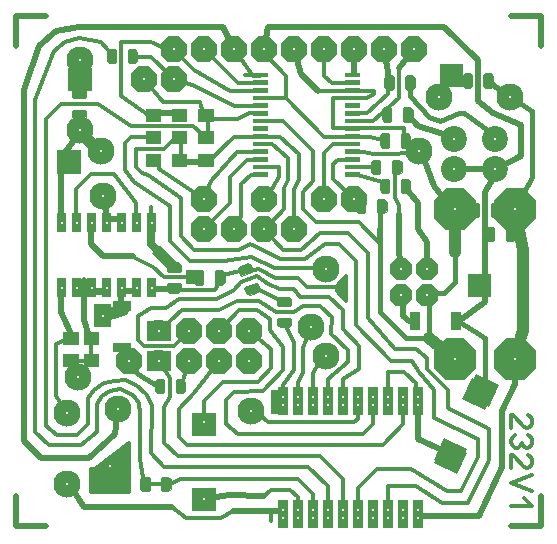
<source format=gbr>
%FSLAX32Y32*%
%MOMM*%
%LNKUPFERSEITE2*%
G71*
G01*
%ADD10C, 2.30*%
%ADD11C, 0.50*%
%ADD12C, 0.32*%
%ADD13C, 0.00*%
%ADD14C, 0.30*%
%ADD15C, 1.00*%
%ADD16C, 2.30*%
%ADD17C, 0.35*%
%ADD18C, 1.00*%
%ADD19C, 0.60*%
%ADD20C, 0.40*%
%ADD21C, 2.20*%
%ADD22C, 1.50*%
%ADD23C, 2.30*%
%ADD24C, 0.70*%
%ADD25C, 0.54*%
%ADD26C, 1.50*%
%LPD*%
X24063Y25931D02*
G54D10*
D03*
G54D11*
X27778Y23396D02*
X27778Y23142D01*
X27524Y23142D01*
G54D11*
X27524Y27460D02*
X27778Y27460D01*
X27778Y27206D01*
G54D11*
X23586Y27460D02*
X23332Y27460D01*
X23332Y27206D01*
G54D11*
X23332Y23396D02*
X23332Y23142D01*
X23586Y23142D01*
G36*
X25412Y24585D02*
X25348Y24649D01*
X25256Y24649D01*
X25192Y24585D01*
X25192Y24493D01*
X25256Y24429D01*
X25348Y24429D01*
X25412Y24493D01*
X25412Y24585D01*
G37*
G36*
X25158Y24585D02*
X25094Y24649D01*
X25002Y24649D01*
X24938Y24585D01*
X24938Y24493D01*
X25002Y24429D01*
X25094Y24429D01*
X25158Y24493D01*
X25158Y24585D01*
G37*
G36*
X24904Y24585D02*
X24840Y24649D01*
X24748Y24649D01*
X24684Y24585D01*
X24684Y24493D01*
X24748Y24429D01*
X24840Y24429D01*
X24904Y24493D01*
X24904Y24585D01*
G37*
G36*
X25412Y24839D02*
X25348Y24903D01*
X25256Y24903D01*
X25192Y24839D01*
X25192Y24747D01*
X25256Y24683D01*
X25348Y24683D01*
X25412Y24747D01*
X25412Y24839D01*
G37*
G36*
X25158Y24839D02*
X25094Y24903D01*
X25002Y24903D01*
X24938Y24839D01*
X24938Y24747D01*
X25002Y24683D01*
X25094Y24683D01*
X25158Y24747D01*
X25158Y24839D01*
G37*
G36*
X24904Y24839D02*
X24840Y24903D01*
X24748Y24903D01*
X24684Y24839D01*
X24684Y24747D01*
X24748Y24683D01*
X24840Y24683D01*
X24904Y24747D01*
X24904Y24839D01*
G37*
G36*
X24629Y24830D02*
X24576Y24883D01*
X24502Y24883D01*
X24449Y24830D01*
X24449Y24756D01*
X24502Y24703D01*
X24576Y24703D01*
X24629Y24756D01*
X24629Y24830D01*
G37*
G36*
X24629Y24576D02*
X24576Y24629D01*
X24502Y24629D01*
X24449Y24576D01*
X24449Y24502D01*
X24502Y24449D01*
X24576Y24449D01*
X24629Y24502D01*
X24629Y24576D01*
G37*
G54D12*
X27524Y23970D02*
X27524Y24077D01*
X27535Y24077D01*
X27557Y24064D01*
X27624Y23984D01*
X27646Y23970D01*
X27668Y23970D01*
X27690Y23984D01*
X27701Y24010D01*
X27701Y24037D01*
X27690Y24064D01*
X27668Y24077D01*
G54D12*
X27668Y23908D02*
X27690Y23895D01*
X27701Y23868D01*
X27701Y23841D01*
X27690Y23815D01*
X27668Y23801D01*
X27646Y23801D01*
X27624Y23815D01*
X27612Y23841D01*
X27601Y23815D01*
X27579Y23801D01*
X27557Y23801D01*
X27535Y23815D01*
X27524Y23841D01*
X27524Y23868D01*
X27535Y23895D01*
X27557Y23908D01*
G54D12*
X27524Y23632D02*
X27524Y23739D01*
X27535Y23739D01*
X27557Y23726D01*
X27624Y23646D01*
X27646Y23632D01*
X27668Y23632D01*
X27690Y23646D01*
X27701Y23672D01*
X27701Y23699D01*
X27690Y23726D01*
X27668Y23739D01*
G54D12*
X27701Y23570D02*
X27524Y23503D01*
X27701Y23437D01*
G54D12*
X27635Y23375D02*
X27701Y23308D01*
X27524Y23308D01*
G36*
X24395Y24585D02*
X24331Y24649D01*
X24239Y24649D01*
X24175Y24585D01*
X24175Y24493D01*
X24239Y24429D01*
X24331Y24429D01*
X24395Y24493D01*
X24395Y24585D01*
G37*
G36*
X26246Y26092D02*
X26246Y26132D01*
X26116Y26132D01*
X26116Y26092D01*
X26246Y26092D01*
G37*
G36*
X25466Y26092D02*
X25466Y26132D01*
X25336Y26132D01*
X25336Y26092D01*
X25466Y26092D01*
G37*
G36*
X26246Y26157D02*
X26246Y26197D01*
X26116Y26197D01*
X26116Y26157D01*
X26246Y26157D01*
G37*
G36*
X25466Y26157D02*
X25466Y26197D01*
X25336Y26197D01*
X25336Y26157D01*
X25466Y26157D01*
G37*
G36*
X26246Y26222D02*
X26246Y26262D01*
X26116Y26262D01*
X26116Y26222D01*
X26246Y26222D01*
G37*
G36*
X25466Y26222D02*
X25466Y26262D01*
X25336Y26262D01*
X25336Y26222D01*
X25466Y26222D01*
G37*
G36*
X26246Y26287D02*
X26246Y26327D01*
X26116Y26327D01*
X26116Y26287D01*
X26246Y26287D01*
G37*
G36*
X25466Y26287D02*
X25466Y26327D01*
X25336Y26327D01*
X25336Y26287D01*
X25466Y26287D01*
G37*
G36*
X26246Y26352D02*
X26246Y26392D01*
X26116Y26392D01*
X26116Y26352D01*
X26246Y26352D01*
G37*
G36*
X25466Y26352D02*
X25466Y26392D01*
X25336Y26392D01*
X25336Y26352D01*
X25466Y26352D01*
G37*
G36*
X26246Y26417D02*
X26246Y26457D01*
X26116Y26457D01*
X26116Y26417D01*
X26246Y26417D01*
G37*
G36*
X25466Y26417D02*
X25466Y26457D01*
X25336Y26457D01*
X25336Y26417D01*
X25466Y26417D01*
G37*
G36*
X26246Y26482D02*
X26246Y26522D01*
X26116Y26522D01*
X26116Y26482D01*
X26246Y26482D01*
G37*
G36*
X25466Y26482D02*
X25466Y26522D01*
X25336Y26522D01*
X25336Y26482D01*
X25466Y26482D01*
G37*
G36*
X26246Y26547D02*
X26246Y26587D01*
X26116Y26587D01*
X26116Y26547D01*
X26246Y26547D01*
G37*
G36*
X25466Y26547D02*
X25466Y26587D01*
X25336Y26587D01*
X25336Y26547D01*
X25466Y26547D01*
G37*
G36*
X26246Y26612D02*
X26246Y26652D01*
X26116Y26652D01*
X26116Y26612D01*
X26246Y26612D01*
G37*
G36*
X25466Y26612D02*
X25466Y26652D01*
X25336Y26652D01*
X25336Y26612D01*
X25466Y26612D01*
G37*
G36*
X26246Y26677D02*
X26246Y26717D01*
X26116Y26717D01*
X26116Y26677D01*
X26246Y26677D01*
G37*
G36*
X25466Y26677D02*
X25466Y26717D01*
X25336Y26717D01*
X25336Y26677D01*
X25466Y26677D01*
G37*
G36*
X26246Y26742D02*
X26246Y26782D01*
X26116Y26782D01*
X26116Y26742D01*
X26246Y26742D01*
G37*
G36*
X25466Y26742D02*
X25466Y26782D01*
X25336Y26782D01*
X25336Y26742D01*
X25466Y26742D01*
G37*
G36*
X26246Y26807D02*
X26246Y26847D01*
X26116Y26847D01*
X26116Y26807D01*
X26246Y26807D01*
G37*
G36*
X25466Y26807D02*
X25466Y26847D01*
X25336Y26847D01*
X25336Y26807D01*
X25466Y26807D01*
G37*
G36*
X26246Y26872D02*
X26246Y26912D01*
X26116Y26912D01*
X26116Y26872D01*
X26246Y26872D01*
G37*
G36*
X25466Y26872D02*
X25466Y26912D01*
X25336Y26912D01*
X25336Y26872D01*
X25466Y26872D01*
G37*
G36*
X26246Y26937D02*
X26246Y26977D01*
X26116Y26977D01*
X26116Y26937D01*
X26246Y26937D01*
G37*
G36*
X25466Y26937D02*
X25466Y26977D01*
X25336Y26977D01*
X25336Y26937D01*
X25466Y26937D01*
G37*
G36*
X26681Y25355D02*
X26626Y25410D01*
X26548Y25410D01*
X26493Y25355D01*
X26493Y25277D01*
X26548Y25222D01*
X26626Y25222D01*
X26681Y25277D01*
X26681Y25355D01*
G37*
G36*
X26903Y25355D02*
X26848Y25410D01*
X26770Y25410D01*
X26715Y25355D01*
X26715Y25277D01*
X26770Y25222D01*
X26848Y25222D01*
X26903Y25277D01*
X26903Y25355D01*
G37*
G36*
X26903Y25133D02*
X26848Y25188D01*
X26770Y25188D01*
X26715Y25133D01*
X26715Y25055D01*
X26770Y25000D01*
X26848Y25000D01*
X26903Y25055D01*
X26903Y25133D01*
G37*
G36*
X26681Y25133D02*
X26626Y25188D01*
X26548Y25188D01*
X26493Y25133D01*
X26493Y25055D01*
X26548Y25000D01*
X26626Y25000D01*
X26681Y25055D01*
X26681Y25133D01*
G37*
G36*
X27226Y25898D02*
X27121Y26003D01*
X26973Y26003D01*
X26868Y25898D01*
X26868Y25750D01*
X26973Y25645D01*
X27121Y25645D01*
X27226Y25750D01*
X27226Y25898D01*
G37*
G36*
X27226Y24628D02*
X27121Y24733D01*
X26973Y24733D01*
X26868Y24628D01*
X26868Y24480D01*
X26973Y24375D01*
X27121Y24375D01*
X27226Y24480D01*
X27226Y24628D01*
G37*
G36*
X27734Y25898D02*
X27629Y26003D01*
X27481Y26003D01*
X27376Y25898D01*
X27376Y25750D01*
X27481Y25645D01*
X27629Y25645D01*
X27734Y25750D01*
X27734Y25898D01*
G37*
G36*
X27734Y24628D02*
X27629Y24733D01*
X27481Y24733D01*
X27376Y24628D01*
X27376Y24480D01*
X27481Y24375D01*
X27629Y24375D01*
X27734Y24480D01*
X27734Y24628D01*
G37*
G36*
X26595Y26220D02*
X26575Y26240D01*
X26525Y26240D01*
X26515Y26230D01*
X26515Y26130D01*
X26525Y26120D01*
X26575Y26120D01*
X26595Y26140D01*
X26595Y26220D01*
G37*
G54D13*
X26595Y26220D02*
X26575Y26240D01*
X26525Y26240D01*
X26515Y26230D01*
X26515Y26130D01*
X26525Y26120D01*
X26575Y26120D01*
X26595Y26140D01*
X26595Y26220D01*
G36*
X26415Y26230D02*
X26405Y26240D01*
X26355Y26240D01*
X26335Y26220D01*
X26335Y26140D01*
X26355Y26120D01*
X26405Y26120D01*
X26415Y26130D01*
X26415Y26230D01*
G37*
G54D13*
X26415Y26230D02*
X26405Y26240D01*
X26355Y26240D01*
X26335Y26220D01*
X26335Y26140D01*
X26355Y26120D01*
X26405Y26120D01*
X26415Y26130D01*
X26415Y26230D01*
G36*
X26590Y26205D02*
X26540Y26205D01*
X26540Y26155D01*
X26590Y26155D01*
X26590Y26205D01*
G37*
G54D14*
X26222Y26111D02*
X26428Y26047D01*
G54D14*
X26222Y26174D02*
X26349Y26174D01*
G54D14*
X26142Y26508D02*
X26015Y26508D01*
G54D14*
X26142Y26762D02*
X26015Y26762D01*
G54D14*
X26015Y26508D02*
X26015Y26762D01*
G36*
X26301Y25950D02*
X26237Y26014D01*
X26145Y26014D01*
X26081Y25950D01*
X26081Y25858D01*
X26145Y25794D01*
X26237Y25794D01*
X26301Y25858D01*
X26301Y25950D01*
G37*
G54D14*
X26158Y26238D02*
X26055Y26238D01*
X26015Y26206D01*
X26015Y26079D01*
X26190Y25904D01*
G54D14*
X26222Y26309D02*
X26269Y26309D01*
X26365Y26285D01*
G54D14*
X25936Y25904D02*
X25936Y26293D01*
X26015Y26373D01*
X26142Y26373D01*
G36*
X26668Y26060D02*
X26648Y26080D01*
X26598Y26080D01*
X26588Y26070D01*
X26588Y25970D01*
X26598Y25960D01*
X26648Y25960D01*
X26668Y25980D01*
X26668Y26060D01*
G37*
G54D13*
X26668Y26060D02*
X26648Y26080D01*
X26598Y26080D01*
X26588Y26070D01*
X26588Y25970D01*
X26598Y25960D01*
X26648Y25960D01*
X26668Y25980D01*
X26668Y26060D01*
G36*
X26488Y26070D02*
X26478Y26080D01*
X26428Y26080D01*
X26408Y26060D01*
X26408Y25980D01*
X26428Y25960D01*
X26478Y25960D01*
X26488Y25970D01*
X26488Y26070D01*
G37*
G54D13*
X26488Y26070D02*
X26478Y26080D01*
X26428Y26080D01*
X26408Y26060D01*
X26408Y25980D01*
X26428Y25960D01*
X26478Y25960D01*
X26488Y25970D01*
X26488Y26070D01*
G36*
X26663Y26046D02*
X26613Y26046D01*
X26613Y25996D01*
X26663Y25996D01*
X26663Y26046D01*
G37*
G54D14*
X26158Y26436D02*
X25936Y26436D01*
X25618Y26762D01*
X25428Y26762D01*
G36*
X25285Y25696D02*
X25221Y25760D01*
X25129Y25760D01*
X25065Y25696D01*
X25065Y25604D01*
X25129Y25540D01*
X25221Y25540D01*
X25285Y25604D01*
X25285Y25696D01*
G37*
G54D14*
X25444Y25904D02*
X25555Y26095D01*
X25555Y26174D01*
X25436Y26174D01*
G36*
X24873Y26673D02*
X24873Y26563D01*
X25003Y26563D01*
X25003Y26673D01*
X24873Y26673D01*
G37*
G36*
X24873Y26483D02*
X24873Y26373D01*
X25003Y26373D01*
X25003Y26483D01*
X24873Y26483D01*
G37*
G36*
X24873Y26292D02*
X24873Y26182D01*
X25003Y26182D01*
X25003Y26292D01*
X24873Y26292D01*
G37*
G36*
X24650Y26673D02*
X24650Y26563D01*
X24780Y26563D01*
X24780Y26673D01*
X24650Y26673D01*
G37*
G36*
X24650Y26483D02*
X24650Y26373D01*
X24780Y26373D01*
X24780Y26483D01*
X24650Y26483D01*
G37*
G36*
X24650Y26292D02*
X24650Y26182D01*
X24780Y26182D01*
X24780Y26292D01*
X24650Y26292D01*
G37*
G36*
X24428Y26673D02*
X24428Y26563D01*
X24558Y26563D01*
X24558Y26673D01*
X24428Y26673D01*
G37*
G36*
X24428Y26483D02*
X24428Y26373D01*
X24558Y26373D01*
X24558Y26483D01*
X24428Y26483D01*
G37*
G36*
X24428Y26292D02*
X24428Y26182D01*
X24558Y26182D01*
X24558Y26292D01*
X24428Y26292D01*
G37*
G54D14*
X25364Y26634D02*
X25301Y26634D01*
X25206Y26587D01*
X24968Y26587D01*
G36*
X26047Y27220D02*
X25983Y27284D01*
X25891Y27284D01*
X25827Y27220D01*
X25827Y27128D01*
X25891Y27064D01*
X25983Y27064D01*
X26047Y27128D01*
X26047Y27220D01*
G37*
G36*
X25793Y27220D02*
X25729Y27284D01*
X25637Y27284D01*
X25573Y27220D01*
X25573Y27128D01*
X25637Y27064D01*
X25729Y27064D01*
X25793Y27128D01*
X25793Y27220D01*
G37*
G36*
X26301Y27220D02*
X26237Y27284D01*
X26145Y27284D01*
X26081Y27220D01*
X26081Y27128D01*
X26145Y27064D01*
X26237Y27064D01*
X26301Y27128D01*
X26301Y27220D01*
G37*
G54D11*
X26190Y26968D02*
X26190Y27174D01*
G54D14*
X26142Y26888D02*
X26007Y26888D01*
X25936Y26952D01*
X25936Y27174D01*
G54D14*
X26158Y26825D02*
X25888Y26825D01*
G54D14*
X26214Y26825D02*
X26305Y26825D01*
X26365Y26825D01*
X26365Y26793D01*
X26305Y26762D01*
X26214Y26762D01*
G36*
X26555Y27220D02*
X26491Y27284D01*
X26399Y27284D01*
X26335Y27220D01*
X26335Y27128D01*
X26399Y27064D01*
X26491Y27064D01*
X26555Y27128D01*
X26555Y27220D01*
G37*
G36*
X25285Y27220D02*
X25221Y27284D01*
X25129Y27284D01*
X25065Y27220D01*
X25065Y27128D01*
X25129Y27064D01*
X25221Y27064D01*
X25285Y27128D01*
X25285Y27220D01*
G37*
G36*
X25031Y27220D02*
X24967Y27284D01*
X24875Y27284D01*
X24811Y27220D01*
X24811Y27128D01*
X24875Y27064D01*
X24967Y27064D01*
X25031Y27128D01*
X25031Y27220D01*
G37*
G54D14*
X25364Y26888D02*
X25206Y26888D01*
X24920Y27174D01*
G54D14*
X25396Y26952D02*
X25333Y26952D01*
X25174Y27174D01*
G36*
X25539Y27220D02*
X25475Y27284D01*
X25383Y27284D01*
X25319Y27220D01*
X25319Y27128D01*
X25383Y27064D01*
X25475Y27064D01*
X25539Y27128D01*
X25539Y27220D01*
G37*
G54D14*
X25618Y26762D02*
X25618Y26952D01*
X25428Y27142D01*
G54D14*
X26190Y26634D02*
X26301Y26634D01*
X26476Y26793D01*
X26476Y26888D01*
G36*
X26047Y25950D02*
X25983Y26014D01*
X25891Y26014D01*
X25827Y25950D01*
X25827Y25858D01*
X25891Y25794D01*
X25983Y25794D01*
X26047Y25858D01*
X26047Y25950D01*
G37*
G54D14*
X25428Y26571D02*
X25587Y26571D01*
X25841Y26317D01*
X25841Y26063D01*
X25761Y25968D01*
X25761Y25825D01*
X25872Y25714D01*
X26238Y25714D01*
X26396Y25547D01*
X26428Y25857D01*
G54D14*
X26222Y26571D02*
X26349Y26571D01*
X26571Y26762D01*
X26571Y27016D01*
G36*
X25793Y25696D02*
X25729Y25760D01*
X25637Y25760D01*
X25573Y25696D01*
X25573Y25604D01*
X25637Y25540D01*
X25729Y25540D01*
X25793Y25604D01*
X25793Y25696D01*
G37*
G36*
X25539Y25696D02*
X25475Y25760D01*
X25383Y25760D01*
X25319Y25696D01*
X25319Y25604D01*
X25383Y25540D01*
X25475Y25540D01*
X25539Y25604D01*
X25539Y25696D01*
G37*
G54D14*
X25428Y26436D02*
X25563Y26436D01*
X25730Y26285D01*
X25730Y26079D01*
X25682Y25984D01*
X25682Y25650D01*
G54D14*
X25428Y26373D02*
X25499Y26373D01*
X25634Y26254D01*
X25634Y26071D01*
X25603Y26000D01*
X25603Y25825D01*
X25460Y25682D01*
G36*
X25539Y25950D02*
X25475Y26014D01*
X25383Y26014D01*
X25319Y25950D01*
X25319Y25858D01*
X25383Y25794D01*
X25475Y25794D01*
X25539Y25858D01*
X25539Y25950D01*
G37*
G54D14*
X25380Y26111D02*
X25317Y26111D01*
X25238Y26031D01*
X25238Y25761D01*
X25190Y25650D01*
G36*
X26469Y25886D02*
X26449Y25906D01*
X26399Y25906D01*
X26389Y25896D01*
X26389Y25796D01*
X26399Y25786D01*
X26447Y25786D01*
X26469Y25806D01*
X26469Y25886D01*
G37*
G54D13*
X26469Y25886D02*
X26449Y25906D01*
X26399Y25906D01*
X26389Y25896D01*
X26389Y25796D01*
X26399Y25786D01*
X26447Y25786D01*
X26469Y25806D01*
X26469Y25886D01*
G36*
X26289Y25896D02*
X26279Y25906D01*
X26229Y25906D01*
X26209Y25886D01*
X26209Y25806D01*
X26229Y25786D01*
X26279Y25786D01*
X26289Y25796D01*
X26289Y25896D01*
G37*
G54D13*
X26289Y25896D02*
X26279Y25906D01*
X26229Y25906D01*
X26209Y25886D01*
X26209Y25806D01*
X26229Y25786D01*
X26279Y25786D01*
X26289Y25796D01*
X26289Y25896D01*
G36*
X26464Y25871D02*
X26414Y25871D01*
X26414Y25821D01*
X26464Y25821D01*
X26464Y25871D01*
G37*
G54D14*
X25357Y26436D02*
X25174Y26436D01*
X24952Y26222D01*
G54D11*
X24920Y26222D02*
X24730Y26222D01*
G54D11*
X24682Y26634D02*
X24507Y26634D01*
G54D14*
X25357Y26309D02*
X25198Y26309D01*
X24984Y26063D01*
X24920Y25904D01*
G36*
X24777Y27220D02*
X24713Y27284D01*
X24621Y27284D01*
X24557Y27220D01*
X24557Y27128D01*
X24621Y27064D01*
X24713Y27064D01*
X24777Y27128D01*
X24777Y27220D01*
G37*
G36*
X25031Y25696D02*
X24967Y25760D01*
X24875Y25760D01*
X24811Y25696D01*
X24811Y25604D01*
X24875Y25540D01*
X24967Y25540D01*
X25031Y25604D01*
X25031Y25696D01*
G37*
G54D14*
X25364Y26238D02*
X25285Y26238D01*
X25142Y26095D01*
X25142Y25872D01*
X24920Y25650D01*
G36*
X25031Y25950D02*
X24967Y26014D01*
X24875Y26014D01*
X24811Y25950D01*
X24811Y25858D01*
X24875Y25794D01*
X24967Y25794D01*
X25031Y25858D01*
X25031Y25950D01*
G37*
G36*
X24777Y26966D02*
X24713Y27030D01*
X24621Y27030D01*
X24557Y26966D01*
X24557Y26874D01*
X24621Y26810D01*
X24713Y26810D01*
X24777Y26874D01*
X24777Y26966D01*
G37*
G54D14*
X25396Y26825D02*
X25142Y26825D01*
X24841Y27000D01*
X24722Y27119D01*
X24476Y27238D01*
X24222Y27238D01*
X24222Y26777D01*
X24476Y26603D01*
G54D14*
X25396Y26698D02*
X25174Y26698D01*
X24849Y26865D01*
X24666Y26920D01*
G36*
X24523Y26966D02*
X24459Y27030D01*
X24367Y27030D01*
X24303Y26966D01*
X24303Y26874D01*
X24367Y26810D01*
X24459Y26810D01*
X24523Y26874D01*
X24523Y26966D01*
G37*
G54D14*
X24920Y26603D02*
X24888Y26730D01*
X24730Y26730D01*
X24571Y26730D01*
X24412Y26920D01*
G54D14*
X24539Y26254D02*
X24539Y26158D01*
X24920Y25904D01*
G36*
X26809Y27220D02*
X26745Y27284D01*
X26653Y27284D01*
X26589Y27220D01*
X26589Y27128D01*
X26653Y27064D01*
X26745Y27064D01*
X26809Y27128D01*
X26809Y27220D01*
G37*
G36*
X24357Y27155D02*
X24337Y27175D01*
X24287Y27175D01*
X24277Y27165D01*
X24277Y27065D01*
X24287Y27055D01*
X24335Y27055D01*
X24357Y27075D01*
X24357Y27155D01*
G37*
G54D13*
X24357Y27155D02*
X24337Y27175D01*
X24287Y27175D01*
X24277Y27165D01*
X24277Y27065D01*
X24287Y27055D01*
X24335Y27055D01*
X24357Y27075D01*
X24357Y27155D01*
G36*
X24177Y27165D02*
X24167Y27175D01*
X24117Y27175D01*
X24097Y27155D01*
X24097Y27075D01*
X24117Y27055D01*
X24167Y27055D01*
X24177Y27065D01*
X24177Y27165D01*
G37*
G54D13*
X24177Y27165D02*
X24167Y27175D01*
X24117Y27175D01*
X24097Y27155D01*
X24097Y27075D01*
X24117Y27055D01*
X24167Y27055D01*
X24177Y27065D01*
X24177Y27165D01*
G36*
X24352Y27141D02*
X24302Y27141D01*
X24302Y27091D01*
X24352Y27091D01*
X24352Y27141D01*
G37*
G54D14*
X24666Y26920D02*
X24476Y27111D01*
X24317Y27111D01*
G36*
X26707Y26933D02*
X26687Y26953D01*
X26637Y26953D01*
X26627Y26943D01*
X26627Y26843D01*
X26637Y26833D01*
X26685Y26833D01*
X26707Y26853D01*
X26707Y26933D01*
G37*
G54D13*
X26707Y26933D02*
X26687Y26953D01*
X26637Y26953D01*
X26627Y26943D01*
X26627Y26843D01*
X26637Y26833D01*
X26685Y26833D01*
X26707Y26853D01*
X26707Y26933D01*
G36*
X26527Y26943D02*
X26517Y26953D01*
X26467Y26953D01*
X26447Y26933D01*
X26447Y26853D01*
X26467Y26833D01*
X26517Y26833D01*
X26527Y26843D01*
X26527Y26943D01*
G37*
G54D13*
X26527Y26943D02*
X26517Y26953D01*
X26467Y26953D01*
X26447Y26933D01*
X26447Y26853D01*
X26467Y26833D01*
X26517Y26833D01*
X26527Y26843D01*
X26527Y26943D01*
G36*
X26701Y26919D02*
X26651Y26919D01*
X26651Y26869D01*
X26701Y26869D01*
X26701Y26919D01*
G37*
G36*
X26689Y26663D02*
X26669Y26683D01*
X26619Y26683D01*
X26609Y26673D01*
X26609Y26573D01*
X26619Y26563D01*
X26669Y26563D01*
X26689Y26583D01*
X26689Y26663D01*
G37*
G54D13*
X26689Y26663D02*
X26669Y26683D01*
X26619Y26683D01*
X26609Y26673D01*
X26609Y26573D01*
X26619Y26563D01*
X26669Y26563D01*
X26689Y26583D01*
X26689Y26663D01*
G36*
X26509Y26673D02*
X26499Y26683D01*
X26449Y26683D01*
X26429Y26663D01*
X26429Y26583D01*
X26449Y26563D01*
X26499Y26563D01*
X26509Y26573D01*
X26509Y26673D01*
G37*
G54D13*
X26509Y26673D02*
X26499Y26683D01*
X26449Y26683D01*
X26429Y26663D01*
X26429Y26583D01*
X26449Y26563D01*
X26499Y26563D01*
X26509Y26573D01*
X26509Y26673D01*
G36*
X26685Y26649D02*
X26635Y26649D01*
X26635Y26599D01*
X26685Y26599D01*
X26685Y26649D01*
G37*
G54D11*
X26603Y25079D02*
X26603Y24920D01*
X26658Y24872D01*
X26714Y24872D01*
G54D11*
X27016Y25841D02*
X26873Y26015D01*
X26762Y26317D01*
G54D11*
X25428Y27174D02*
X25460Y27365D01*
X26952Y27365D01*
G54D15*
X27555Y25809D02*
X27619Y25476D01*
X27619Y24801D01*
X27555Y24571D01*
G54D11*
X26952Y27365D02*
X27238Y27083D01*
X27238Y26740D01*
X27365Y26634D01*
X27603Y26531D01*
X27603Y26269D01*
X27428Y26174D01*
X27301Y25968D01*
X27301Y25650D01*
X27301Y25198D01*
X27301Y25031D01*
X27079Y24872D01*
G36*
X26522Y24316D02*
X26436Y24316D01*
X26436Y24144D01*
X26522Y24144D01*
X26522Y24316D01*
G37*
G36*
X26649Y24316D02*
X26563Y24316D01*
X26563Y24144D01*
X26649Y24144D01*
X26649Y24316D01*
G37*
G36*
X26776Y24316D02*
X26690Y24316D01*
X26690Y24144D01*
X26776Y24144D01*
X26776Y24316D01*
G37*
G36*
X25633Y23293D02*
X25547Y23293D01*
X25547Y23121D01*
X25633Y23121D01*
X25633Y23293D01*
G37*
G36*
X25760Y23293D02*
X25674Y23293D01*
X25674Y23121D01*
X25760Y23121D01*
X25760Y23293D01*
G37*
G36*
X25887Y23293D02*
X25801Y23293D01*
X25801Y23121D01*
X25887Y23121D01*
X25887Y23293D01*
G37*
G36*
X26014Y23293D02*
X25928Y23293D01*
X25928Y23121D01*
X26014Y23121D01*
X26014Y23293D01*
G37*
G36*
X26141Y23293D02*
X26055Y23293D01*
X26055Y23121D01*
X26141Y23121D01*
X26141Y23293D01*
G37*
G36*
X26268Y23293D02*
X26182Y23293D01*
X26182Y23121D01*
X26268Y23121D01*
X26268Y23293D01*
G37*
G36*
X26395Y23293D02*
X26309Y23293D01*
X26309Y23121D01*
X26395Y23121D01*
X26395Y23293D01*
G37*
G36*
X25633Y24317D02*
X25547Y24317D01*
X25547Y24145D01*
X25633Y24145D01*
X25633Y24317D01*
G37*
G36*
X25760Y24317D02*
X25674Y24317D01*
X25674Y24145D01*
X25760Y24145D01*
X25760Y24317D01*
G37*
G36*
X25887Y24317D02*
X25801Y24317D01*
X25801Y24145D01*
X25887Y24145D01*
X25887Y24317D01*
G37*
G36*
X26014Y24317D02*
X25928Y24317D01*
X25928Y24145D01*
X26014Y24145D01*
X26014Y24317D01*
G37*
G36*
X26141Y24317D02*
X26055Y24317D01*
X26055Y24145D01*
X26141Y24145D01*
X26141Y24317D01*
G37*
G36*
X26268Y24317D02*
X26182Y24317D01*
X26182Y24145D01*
X26268Y24145D01*
X26268Y24317D01*
G37*
G36*
X26395Y24317D02*
X26309Y24317D01*
X26309Y24145D01*
X26395Y24145D01*
X26395Y24317D01*
G37*
G36*
X26522Y23293D02*
X26436Y23293D01*
X26436Y23121D01*
X26522Y23121D01*
X26522Y23293D01*
G37*
G36*
X26649Y23293D02*
X26563Y23293D01*
X26563Y23121D01*
X26649Y23121D01*
X26649Y23293D01*
G37*
G36*
X26776Y23293D02*
X26690Y23293D01*
X26690Y23121D01*
X26776Y23121D01*
X26776Y23293D01*
G37*
G36*
X25633Y24253D02*
X25547Y24253D01*
X25547Y24081D01*
X25633Y24081D01*
X25633Y24253D01*
G37*
G36*
X25760Y24253D02*
X25674Y24253D01*
X25674Y24081D01*
X25760Y24081D01*
X25760Y24253D01*
G37*
G36*
X25887Y24253D02*
X25801Y24253D01*
X25801Y24081D01*
X25887Y24081D01*
X25887Y24253D01*
G37*
G36*
X26014Y24253D02*
X25928Y24253D01*
X25928Y24081D01*
X26014Y24081D01*
X26014Y24253D01*
G37*
G36*
X26141Y24253D02*
X26055Y24253D01*
X26055Y24081D01*
X26141Y24081D01*
X26141Y24253D01*
G37*
G36*
X26268Y24253D02*
X26182Y24253D01*
X26182Y24081D01*
X26268Y24081D01*
X26268Y24253D01*
G37*
G36*
X26395Y24253D02*
X26309Y24253D01*
X26309Y24081D01*
X26395Y24081D01*
X26395Y24253D01*
G37*
G36*
X26522Y24253D02*
X26436Y24253D01*
X26436Y24081D01*
X26522Y24081D01*
X26522Y24253D01*
G37*
G36*
X26649Y24253D02*
X26563Y24253D01*
X26563Y24081D01*
X26649Y24081D01*
X26649Y24253D01*
G37*
G36*
X26776Y24253D02*
X26690Y24253D01*
X26690Y24081D01*
X26776Y24081D01*
X26776Y24253D01*
G37*
G36*
X25633Y23357D02*
X25547Y23357D01*
X25547Y23185D01*
X25633Y23185D01*
X25633Y23357D01*
G37*
G36*
X25760Y23357D02*
X25674Y23357D01*
X25674Y23185D01*
X25760Y23185D01*
X25760Y23357D01*
G37*
G36*
X25887Y23357D02*
X25801Y23357D01*
X25801Y23185D01*
X25887Y23185D01*
X25887Y23357D01*
G37*
G36*
X26014Y23357D02*
X25928Y23357D01*
X25928Y23185D01*
X26014Y23185D01*
X26014Y23357D01*
G37*
G36*
X26141Y23357D02*
X26055Y23357D01*
X26055Y23185D01*
X26141Y23185D01*
X26141Y23357D01*
G37*
G36*
X26268Y23357D02*
X26182Y23357D01*
X26182Y23185D01*
X26268Y23185D01*
X26268Y23357D01*
G37*
G36*
X26395Y23357D02*
X26309Y23357D01*
X26309Y23185D01*
X26395Y23185D01*
X26395Y23357D01*
G37*
G36*
X26522Y23357D02*
X26436Y23357D01*
X26436Y23185D01*
X26522Y23185D01*
X26522Y23357D01*
G37*
G36*
X26649Y23357D02*
X26563Y23357D01*
X26563Y23185D01*
X26649Y23185D01*
X26649Y23357D01*
G37*
G36*
X26776Y23357D02*
X26690Y23357D01*
X26690Y23185D01*
X26776Y23185D01*
X26776Y23357D01*
G37*
X23868Y27088D02*
G54D16*
D03*
X23868Y26488D02*
G54D16*
D03*
G54D14*
X25301Y24793D02*
X25492Y24634D01*
X25492Y24476D01*
X25380Y24360D01*
X25079Y24356D01*
X24920Y24194D01*
X24920Y24017D01*
G54D17*
X26349Y24158D02*
X26349Y23999D01*
X26269Y23920D01*
X25206Y23920D01*
X25110Y24005D01*
X25110Y24202D01*
X25174Y24277D01*
X25420Y24281D01*
X25587Y24460D01*
X25587Y24658D01*
X25484Y24801D01*
X25480Y24888D01*
X25372Y24968D01*
X25222Y24968D01*
X25047Y24793D01*
G54D17*
X26603Y24190D02*
X26603Y23999D01*
X26436Y23825D01*
X24777Y23825D01*
X24714Y23888D01*
X24714Y24126D01*
X24833Y24261D01*
X25047Y24539D01*
G54D14*
X25968Y24285D02*
X25968Y24380D01*
X26142Y24523D01*
X26144Y24626D01*
X26001Y24765D01*
X26002Y24904D01*
X25907Y24999D01*
X25757Y24999D01*
X25687Y24952D01*
X25529Y24952D01*
X25388Y25047D01*
X25200Y25047D01*
X25046Y24968D01*
X24733Y24968D01*
X24539Y24793D01*
G54D14*
X26095Y23301D02*
X26095Y23539D01*
X25904Y23729D01*
X24698Y23729D01*
X24587Y23840D01*
X24587Y24148D01*
X24634Y24233D01*
X24634Y24388D01*
X24539Y24539D01*
G54D14*
X24158Y27111D02*
X24047Y27238D01*
X23862Y27270D01*
X23741Y27238D01*
X23648Y27158D01*
X23491Y26746D01*
X23491Y24634D01*
X23491Y23936D01*
X23606Y23825D01*
X23880Y23824D01*
X24015Y23935D01*
X24017Y24173D01*
X24059Y24237D01*
X24126Y24284D01*
X24214Y24299D01*
X24317Y24251D01*
X24372Y24179D01*
X24380Y24091D01*
X24380Y23706D01*
X24412Y23491D01*
G54D14*
X26714Y24253D02*
X26714Y24348D01*
X26619Y24444D01*
X26476Y24444D01*
X26476Y24285D01*
G54D14*
X25841Y24285D02*
X25841Y24436D01*
X25936Y24587D01*
G54D14*
X25968Y23332D02*
X25968Y23475D01*
X25801Y23634D01*
X24587Y23634D01*
X24476Y23755D01*
X24479Y24161D01*
X24427Y24256D01*
X24343Y24336D01*
X24253Y24376D01*
X24164Y24368D01*
X24079Y24352D01*
X23987Y24289D01*
X23940Y24225D01*
X23942Y24003D01*
X23844Y23908D01*
X23675Y23908D01*
X23586Y23987D01*
X23586Y26583D01*
X23714Y26714D01*
X24023Y26714D01*
X24301Y26523D01*
X24825Y26523D01*
X24920Y26444D01*
G54D14*
X26222Y23269D02*
X26222Y23463D01*
X26388Y23624D01*
X26677Y23624D01*
X26982Y23434D01*
X27099Y23435D01*
X27238Y23720D01*
X27238Y23878D01*
X26873Y24052D01*
X26873Y24289D01*
X26738Y24445D01*
X26682Y24539D01*
X26508Y24539D01*
X26206Y24841D01*
X26206Y25380D01*
X26063Y25523D01*
X25944Y25523D01*
X25777Y25396D01*
X25571Y25396D01*
X25313Y25523D01*
X25214Y25476D01*
X24841Y25476D01*
X24730Y25593D01*
X24730Y25916D01*
X24444Y26113D01*
X24396Y26131D01*
X24348Y26182D01*
X24348Y26333D01*
X24587Y26333D01*
X24682Y26428D01*
G54D14*
X25428Y25650D02*
X25587Y25476D01*
X25746Y25476D01*
X25904Y25618D01*
X26142Y25618D01*
X26309Y25452D01*
X26309Y24896D01*
X26539Y24634D01*
X26714Y24634D01*
X26809Y24565D01*
X26809Y24464D01*
X26984Y24293D01*
X26984Y24136D01*
X27333Y23964D01*
X27333Y23696D01*
X27158Y23332D01*
X26936Y23332D01*
X26714Y23475D01*
X26476Y23475D01*
X26476Y23269D01*
X25317Y24110D02*
G54D18*
D03*
G54D11*
X26746Y23221D02*
X27254Y23221D01*
X27444Y23634D01*
X27444Y24110D01*
X27555Y24341D01*
X27555Y24555D01*
G54D11*
X25174Y27174D02*
X25079Y27365D01*
X23864Y27365D01*
X23666Y27333D01*
X23523Y27206D01*
X23396Y26833D01*
X23396Y23856D01*
X23539Y23714D01*
X23948Y23714D01*
X24166Y23920D01*
X24190Y24126D01*
G54D17*
X26222Y24190D02*
X26222Y24047D01*
X26190Y24015D01*
X25460Y24015D01*
X25333Y24126D01*
X24190Y24126D02*
G54D18*
D03*
X24920Y24015D02*
G54D18*
D03*
X24920Y23364D02*
G54D18*
D03*
G54D14*
X25714Y23332D02*
X25714Y23380D01*
X25650Y23444D01*
X25492Y23444D01*
X25428Y23396D01*
G36*
X24519Y25237D02*
X24439Y25237D01*
X24439Y25077D01*
X24519Y25077D01*
X24519Y25237D01*
G37*
G36*
X24392Y25237D02*
X24312Y25237D01*
X24312Y25077D01*
X24392Y25077D01*
X24392Y25237D01*
G37*
G36*
X24265Y25237D02*
X24185Y25237D01*
X24185Y25077D01*
X24265Y25077D01*
X24265Y25237D01*
G37*
G36*
X24138Y25237D02*
X24058Y25237D01*
X24058Y25077D01*
X24138Y25077D01*
X24138Y25237D01*
G37*
G36*
X24011Y25237D02*
X23931Y25237D01*
X23931Y25077D01*
X24011Y25077D01*
X24011Y25237D01*
G37*
G36*
X23884Y25237D02*
X23804Y25237D01*
X23804Y25077D01*
X23884Y25077D01*
X23884Y25237D01*
G37*
G36*
X23757Y25237D02*
X23677Y25237D01*
X23677Y25077D01*
X23757Y25077D01*
X23757Y25237D01*
G37*
G36*
X24519Y25788D02*
X24439Y25788D01*
X24439Y25628D01*
X24519Y25628D01*
X24519Y25788D01*
G37*
G36*
X24392Y25788D02*
X24312Y25788D01*
X24312Y25628D01*
X24392Y25628D01*
X24392Y25788D01*
G37*
G36*
X24265Y25788D02*
X24185Y25788D01*
X24185Y25628D01*
X24265Y25628D01*
X24265Y25788D01*
G37*
G36*
X24138Y25788D02*
X24058Y25788D01*
X24058Y25628D01*
X24138Y25628D01*
X24138Y25788D01*
G37*
G36*
X24011Y25788D02*
X23931Y25788D01*
X23931Y25628D01*
X24011Y25628D01*
X24011Y25788D01*
G37*
G36*
X23884Y25788D02*
X23804Y25788D01*
X23804Y25628D01*
X23884Y25628D01*
X23884Y25788D01*
G37*
G36*
X23757Y25788D02*
X23677Y25788D01*
X23677Y25628D01*
X23757Y25628D01*
X23757Y25788D01*
G37*
G54D11*
X24221Y25734D02*
X24094Y25734D01*
G54D14*
X24348Y25671D02*
X24348Y25877D01*
X24158Y26116D01*
X23967Y26116D01*
X23840Y25988D01*
X23840Y25671D01*
G54D11*
X24348Y25131D02*
X24221Y25131D01*
G54D19*
X23840Y25131D02*
X24094Y25131D01*
G54D14*
X24793Y24793D02*
X24666Y24666D01*
X24412Y24666D01*
X24364Y24714D01*
X24364Y24920D01*
G36*
X24639Y24878D02*
X24439Y24878D01*
X24439Y24708D01*
X24639Y24708D01*
X24639Y24878D01*
G37*
G36*
X24639Y24624D02*
X24439Y24624D01*
X24439Y24454D01*
X24639Y24454D01*
X24639Y24624D01*
G37*
G54D14*
X26095Y24285D02*
X26095Y24380D01*
X26238Y24468D01*
X26238Y24666D01*
X26095Y24809D01*
X26095Y24968D01*
X25980Y25079D01*
X25738Y25079D01*
X25682Y25142D01*
X25563Y25142D01*
X25467Y25186D01*
X25368Y25253D01*
X25238Y25206D01*
X25174Y25134D01*
X25031Y25063D01*
X24714Y25063D01*
X24602Y24984D01*
X24476Y24984D01*
X24364Y24920D01*
X25952Y25317D02*
G54D10*
D03*
X25952Y24579D02*
G54D10*
D03*
G54D14*
X24476Y26428D02*
X24301Y26428D01*
X24253Y26384D01*
X24253Y26150D01*
X24333Y26053D01*
X24634Y25845D01*
X24634Y25555D01*
X24801Y25380D01*
X25093Y25380D01*
X25317Y25420D01*
X25523Y25325D01*
X25817Y25325D01*
X25952Y25317D01*
G36*
X24305Y24611D02*
X24305Y24691D01*
X24149Y24691D01*
X24149Y24611D01*
X24305Y24611D01*
G37*
G36*
X24305Y24960D02*
X24305Y25040D01*
X24149Y25040D01*
X24149Y24960D01*
X24305Y24960D01*
G37*
G54D11*
X24222Y24984D02*
X24222Y25142D01*
G54D11*
X24094Y25746D02*
X24094Y25936D01*
G36*
X24503Y24281D02*
X24523Y24261D01*
X24573Y24261D01*
X24583Y24271D01*
X24583Y24371D01*
X24573Y24381D01*
X24523Y24381D01*
X24503Y24361D01*
X24503Y24281D01*
G37*
G54D13*
X24503Y24281D02*
X24523Y24261D01*
X24573Y24261D01*
X24583Y24271D01*
X24583Y24371D01*
X24573Y24381D01*
X24523Y24381D01*
X24503Y24361D01*
X24503Y24281D01*
G36*
X24683Y24271D02*
X24693Y24261D01*
X24743Y24261D01*
X24763Y24281D01*
X24763Y24361D01*
X24743Y24381D01*
X24693Y24381D01*
X24683Y24371D01*
X24683Y24271D01*
G37*
G54D13*
X24683Y24271D02*
X24693Y24261D01*
X24743Y24261D01*
X24763Y24281D01*
X24763Y24361D01*
X24743Y24381D01*
X24693Y24381D01*
X24683Y24371D01*
X24683Y24271D01*
G36*
X24507Y24295D02*
X24557Y24295D01*
X24557Y24345D01*
X24507Y24345D01*
X24507Y24295D01*
G37*
G54D14*
X24730Y24317D02*
X24793Y24539D01*
G54D20*
X24539Y24317D02*
X24364Y24428D01*
X24285Y24539D01*
X27388Y26415D02*
G54D21*
D03*
X27388Y26165D02*
G54D21*
D03*
G54D11*
X25587Y23269D02*
X25166Y23269D01*
G36*
X23904Y24784D02*
X23904Y24674D01*
X24034Y24674D01*
X24034Y24784D01*
X23904Y24784D01*
G37*
G36*
X23904Y24594D02*
X23904Y24484D01*
X24034Y24484D01*
X24034Y24594D01*
X23904Y24594D01*
G37*
G36*
X23730Y24784D02*
X23730Y24674D01*
X23860Y24674D01*
X23860Y24784D01*
X23730Y24784D01*
G37*
G36*
X23730Y24594D02*
X23730Y24484D01*
X23860Y24484D01*
X23860Y24594D01*
X23730Y24594D01*
G37*
X24063Y24915D02*
G54D22*
D03*
G36*
X24138Y25020D02*
X23988Y25020D01*
X23988Y24820D01*
X24138Y24820D01*
X24138Y25020D01*
G37*
G54D15*
X24063Y24920D02*
X24237Y24968D01*
X23856Y24396D02*
G54D23*
D03*
G54D11*
X23809Y24730D02*
X23714Y24952D01*
X23714Y25142D01*
G54D11*
X23952Y24745D02*
X23908Y24886D01*
X23907Y25220D01*
X27039Y26415D02*
G54D21*
D03*
X27039Y26165D02*
G54D21*
D03*
G54D11*
X27047Y26158D02*
X27428Y26158D01*
G54D20*
X27428Y26412D02*
X27127Y26634D01*
X27079Y26634D01*
X26920Y26571D01*
X26825Y26603D01*
X26666Y26777D01*
X26666Y26888D01*
X26915Y26775D02*
G54D16*
D03*
X27515Y26775D02*
G54D16*
D03*
G54D11*
X27079Y26412D02*
X26730Y26523D01*
X26650Y26619D01*
G54D20*
X27508Y26777D02*
X27698Y26650D01*
X27698Y26095D01*
X27555Y25825D01*
G36*
X24641Y23535D02*
X24621Y23555D01*
X24571Y23555D01*
X24561Y23545D01*
X24561Y23445D01*
X24571Y23435D01*
X24621Y23435D01*
X24641Y23455D01*
X24641Y23535D01*
G37*
G54D13*
X24641Y23535D02*
X24621Y23555D01*
X24571Y23555D01*
X24561Y23545D01*
X24561Y23445D01*
X24571Y23435D01*
X24621Y23435D01*
X24641Y23455D01*
X24641Y23535D01*
G36*
X24461Y23545D02*
X24451Y23555D01*
X24401Y23555D01*
X24381Y23535D01*
X24381Y23455D01*
X24401Y23435D01*
X24451Y23435D01*
X24461Y23445D01*
X24461Y23545D01*
G37*
G54D13*
X24461Y23545D02*
X24451Y23555D01*
X24401Y23555D01*
X24381Y23535D01*
X24381Y23455D01*
X24401Y23435D01*
X24451Y23435D01*
X24461Y23445D01*
X24461Y23545D01*
G36*
X24637Y23522D02*
X24587Y23522D01*
X24587Y23472D01*
X24637Y23472D01*
X24637Y23522D01*
G37*
G54D14*
X25841Y23301D02*
X25841Y23412D01*
X25714Y23539D01*
X25476Y23539D01*
X25368Y23539D01*
X25134Y23539D01*
X24730Y23539D01*
X24634Y23491D01*
G54D14*
X24602Y23491D02*
X24444Y23491D01*
G54D11*
X23714Y25746D02*
X23714Y26254D01*
X23872Y26476D01*
G54D14*
X23983Y24539D02*
X23825Y24539D01*
X23761Y24094D02*
G54D10*
D03*
G54D14*
X23761Y24094D02*
X23666Y24237D01*
X23666Y24682D01*
X23809Y24745D01*
X23761Y23491D02*
G54D10*
D03*
G36*
X24625Y25373D02*
X24605Y25353D01*
X24605Y25303D01*
X24615Y25293D01*
X24715Y25293D01*
X24725Y25303D01*
X24725Y25351D01*
X24705Y25373D01*
X24625Y25373D01*
G37*
G54D13*
X24625Y25373D02*
X24605Y25353D01*
X24605Y25303D01*
X24615Y25293D01*
X24715Y25293D01*
X24725Y25303D01*
X24725Y25351D01*
X24705Y25373D01*
X24625Y25373D01*
G36*
X24615Y25193D02*
X24605Y25183D01*
X24605Y25133D01*
X24625Y25113D01*
X24705Y25113D01*
X24725Y25133D01*
X24725Y25183D01*
X24715Y25193D01*
X24615Y25193D01*
G37*
G54D13*
X24615Y25193D02*
X24605Y25183D01*
X24605Y25133D01*
X24625Y25113D01*
X24705Y25113D01*
X24725Y25133D01*
X24725Y25183D01*
X24715Y25193D01*
X24615Y25193D01*
G36*
X24640Y25368D02*
X24640Y25318D01*
X24690Y25318D01*
X24690Y25368D01*
X24640Y25368D01*
G37*
G36*
X24837Y25203D02*
X24857Y25183D01*
X24907Y25183D01*
X24917Y25193D01*
X24917Y25293D01*
X24907Y25303D01*
X24859Y25303D01*
X24837Y25283D01*
X24837Y25203D01*
G37*
G54D13*
X24837Y25203D02*
X24857Y25183D01*
X24907Y25183D01*
X24917Y25193D01*
X24917Y25293D01*
X24907Y25303D01*
X24859Y25303D01*
X24837Y25283D01*
X24837Y25203D01*
G36*
X25017Y25193D02*
X25027Y25183D01*
X25077Y25183D01*
X25097Y25203D01*
X25097Y25283D01*
X25077Y25303D01*
X25027Y25303D01*
X25017Y25293D01*
X25017Y25193D01*
G37*
G54D13*
X25017Y25193D02*
X25027Y25183D01*
X25077Y25183D01*
X25097Y25203D01*
X25097Y25283D01*
X25077Y25303D01*
X25027Y25303D01*
X25017Y25293D01*
X25017Y25193D01*
G36*
X24842Y25218D02*
X24892Y25218D01*
X24892Y25268D01*
X24842Y25268D01*
X24842Y25218D01*
G37*
G54D11*
X23968Y25682D02*
X23968Y25523D01*
X24063Y25428D01*
X24317Y25428D01*
G54D24*
X24476Y25714D02*
X24476Y25523D01*
X24666Y25333D01*
G54D11*
X24634Y25142D02*
X24476Y25142D01*
G54D14*
X24825Y25245D02*
X24587Y25245D01*
X24491Y25333D01*
X24301Y25428D01*
G54D14*
X25063Y25222D02*
X25015Y25134D01*
X24674Y25134D01*
G36*
X23972Y27020D02*
X23772Y27020D01*
X23772Y26820D01*
X23972Y26820D01*
X23972Y27020D01*
G37*
G36*
X27116Y27052D02*
X26916Y27052D01*
X26916Y26852D01*
X27116Y26852D01*
X27116Y27052D01*
G37*
G54D14*
X23968Y24539D02*
X23968Y24730D01*
G36*
X25219Y25335D02*
X25207Y25309D01*
X25224Y25262D01*
X25237Y25256D01*
X25331Y25291D01*
X25337Y25303D01*
X25321Y25349D01*
X25294Y25362D01*
X25219Y25335D01*
G37*
G54D13*
X25219Y25335D02*
X25207Y25309D01*
X25224Y25262D01*
X25237Y25256D01*
X25331Y25291D01*
X25337Y25303D01*
X25321Y25349D01*
X25294Y25362D01*
X25219Y25335D01*
G36*
X25271Y25162D02*
X25264Y25149D01*
X25282Y25103D01*
X25308Y25091D01*
X25383Y25118D01*
X25395Y25144D01*
X25378Y25191D01*
X25365Y25197D01*
X25271Y25162D01*
G37*
G54D13*
X25271Y25162D02*
X25264Y25149D01*
X25282Y25103D01*
X25308Y25091D01*
X25383Y25118D01*
X25395Y25144D01*
X25378Y25191D01*
X25365Y25197D01*
X25271Y25162D01*
G36*
X25234Y25335D02*
X25251Y25288D01*
X25298Y25306D01*
X25281Y25353D01*
X25234Y25335D01*
G37*
G54D14*
X25047Y25253D02*
X25261Y25309D01*
G36*
X25642Y24820D02*
X25662Y24840D01*
X25662Y24890D01*
X25652Y24900D01*
X25552Y24900D01*
X25542Y24890D01*
X25542Y24842D01*
X25562Y24820D01*
X25642Y24820D01*
G37*
G54D13*
X25642Y24820D02*
X25662Y24840D01*
X25662Y24890D01*
X25652Y24900D01*
X25552Y24900D01*
X25542Y24890D01*
X25542Y24842D01*
X25562Y24820D01*
X25642Y24820D01*
G36*
X25652Y25000D02*
X25662Y25010D01*
X25662Y25060D01*
X25642Y25080D01*
X25562Y25080D01*
X25542Y25060D01*
X25542Y25010D01*
X25552Y25000D01*
X25652Y25000D01*
G37*
G54D13*
X25652Y25000D02*
X25662Y25010D01*
X25662Y25060D01*
X25642Y25080D01*
X25562Y25080D01*
X25542Y25060D01*
X25542Y25010D01*
X25552Y25000D01*
X25652Y25000D01*
G36*
X25627Y24824D02*
X25627Y24874D01*
X25577Y24874D01*
X25577Y24824D01*
X25627Y24824D01*
G37*
G54D14*
X25587Y25031D02*
X25349Y25158D01*
G54D14*
X25587Y24285D02*
X25587Y24333D01*
X25682Y24460D01*
X25682Y24698D01*
X25603Y24856D01*
G54D14*
X25714Y24285D02*
X25714Y24348D01*
X25761Y24444D01*
X25761Y24642D01*
X25825Y24825D01*
X25825Y24825D02*
G54D23*
D03*
X24047Y26317D02*
G54D10*
D03*
G54D15*
X24031Y26317D02*
X23872Y26476D01*
X26746Y26317D02*
G54D10*
D03*
G54D14*
X23936Y26920D02*
X23936Y27079D01*
G36*
X26667Y24796D02*
X26747Y24796D01*
X26747Y24952D01*
X26667Y24952D01*
X26667Y24796D01*
G37*
G36*
X27016Y24796D02*
X27096Y24796D01*
X27096Y24952D01*
X27016Y24952D01*
X27016Y24796D01*
G37*
G36*
X27368Y26950D02*
X27348Y26970D01*
X27298Y26970D01*
X27288Y26960D01*
X27288Y26860D01*
X27298Y26850D01*
X27348Y26850D01*
X27368Y26870D01*
X27368Y26950D01*
G37*
G54D13*
X27368Y26950D02*
X27348Y26970D01*
X27298Y26970D01*
X27288Y26960D01*
X27288Y26860D01*
X27298Y26850D01*
X27348Y26850D01*
X27368Y26870D01*
X27368Y26950D01*
G36*
X27188Y26960D02*
X27178Y26970D01*
X27128Y26970D01*
X27108Y26950D01*
X27108Y26870D01*
X27128Y26850D01*
X27178Y26850D01*
X27188Y26860D01*
X27188Y26960D01*
G37*
G54D13*
X27188Y26960D02*
X27178Y26970D01*
X27128Y26970D01*
X27108Y26950D01*
X27108Y26870D01*
X27128Y26850D01*
X27178Y26850D01*
X27188Y26860D01*
X27188Y26960D01*
G36*
X27363Y26935D02*
X27313Y26935D01*
X27313Y26885D01*
X27363Y26885D01*
X27363Y26935D01*
G37*
G36*
X23821Y26843D02*
X23801Y26823D01*
X23801Y26773D01*
X23811Y26763D01*
X23911Y26763D01*
X23921Y26773D01*
X23921Y26823D01*
X23901Y26843D01*
X23821Y26843D01*
G37*
G54D13*
X23821Y26843D02*
X23801Y26823D01*
X23801Y26773D01*
X23811Y26763D01*
X23911Y26763D01*
X23921Y26773D01*
X23921Y26823D01*
X23901Y26843D01*
X23821Y26843D01*
G36*
X23811Y26663D02*
X23801Y26653D01*
X23801Y26603D01*
X23821Y26583D01*
X23901Y26583D01*
X23921Y26603D01*
X23921Y26653D01*
X23911Y26663D01*
X23811Y26663D01*
G37*
G54D13*
X23811Y26663D02*
X23801Y26653D01*
X23801Y26603D01*
X23821Y26583D01*
X23901Y26583D01*
X23921Y26603D01*
X23921Y26653D01*
X23911Y26663D01*
X23811Y26663D01*
G36*
X23837Y26838D02*
X23837Y26788D01*
X23887Y26788D01*
X23887Y26838D01*
X23837Y26838D01*
G37*
G54D11*
X27508Y26777D02*
X27317Y26904D01*
G36*
X26868Y23668D02*
X27067Y23575D01*
X27152Y23756D01*
X26952Y23849D01*
X26868Y23668D01*
G37*
G36*
X27136Y24243D02*
X27336Y24150D01*
X27420Y24332D01*
X27221Y24425D01*
X27136Y24243D01*
G37*
G54D11*
X26730Y24158D02*
X26730Y23872D01*
X27079Y23714D01*
G54D20*
X27047Y24888D02*
X27301Y24730D01*
X27301Y24317D01*
G54D25*
X23777Y23491D02*
X23904Y23301D01*
X24650Y23301D01*
G36*
X24551Y25518D02*
X24481Y25447D01*
X24622Y25306D01*
X24693Y25376D01*
X24551Y25518D01*
G37*
G36*
X24916Y25305D02*
X24766Y25305D01*
X24766Y25185D01*
X24916Y25185D01*
X24916Y25305D01*
G37*
G54D14*
X25301Y25301D02*
X25388Y25317D01*
X25523Y25238D01*
X25714Y25238D01*
X25793Y25158D01*
X26063Y25158D01*
G36*
X27354Y25274D02*
X27154Y25274D01*
X27154Y25074D01*
X27354Y25074D01*
X27354Y25274D01*
G37*
G36*
X26126Y25253D02*
X26047Y25174D01*
X26047Y25126D01*
X26126Y25047D01*
X26126Y25253D01*
G37*
G54D14*
X26126Y25253D02*
X26047Y25174D01*
X26047Y25126D01*
X26126Y25047D01*
X26126Y25253D01*
G54D11*
X24920Y23366D02*
X25134Y23397D01*
X25428Y23396D01*
G54D11*
X26444Y27174D02*
X26476Y26984D01*
X26476Y26888D01*
G54D11*
X26698Y27174D02*
X26571Y27016D01*
G54D11*
X25682Y27174D02*
X25746Y26968D01*
X25888Y26825D01*
G36*
X23877Y26322D02*
X23677Y26322D01*
X23677Y26122D01*
X23877Y26122D01*
X23877Y26322D01*
G37*
G36*
X27432Y25853D02*
X27412Y25873D01*
X27362Y25873D01*
X27352Y25863D01*
X27352Y25763D01*
X27362Y25753D01*
X27410Y25753D01*
X27432Y25773D01*
X27432Y25853D01*
G37*
G54D13*
X27432Y25853D02*
X27412Y25873D01*
X27362Y25873D01*
X27352Y25863D01*
X27352Y25763D01*
X27362Y25753D01*
X27410Y25753D01*
X27432Y25773D01*
X27432Y25853D01*
G36*
X27252Y25863D02*
X27242Y25873D01*
X27192Y25873D01*
X27172Y25853D01*
X27172Y25773D01*
X27192Y25753D01*
X27242Y25753D01*
X27252Y25763D01*
X27252Y25863D01*
G37*
G54D13*
X27252Y25863D02*
X27242Y25873D01*
X27192Y25873D01*
X27172Y25853D01*
X27172Y25773D01*
X27192Y25753D01*
X27242Y25753D01*
X27252Y25763D01*
X27252Y25863D01*
G36*
X27426Y25840D02*
X27376Y25840D01*
X27376Y25790D01*
X27426Y25790D01*
X27426Y25840D01*
G37*
G54D14*
X24650Y23301D02*
X24769Y23206D01*
X25063Y23206D01*
X25166Y23269D01*
G36*
X25589Y24290D02*
X25489Y24290D01*
X25489Y24090D01*
X25589Y24090D01*
X25589Y24290D01*
G37*
G54D14*
X25492Y23245D02*
X25492Y23181D01*
G54D14*
X25271Y26959D02*
X25271Y26959D01*
X25334Y26959D01*
G54D14*
X24476Y25841D02*
X24476Y25841D01*
X24476Y25777D01*
G54D14*
X24952Y26444D02*
X24952Y26603D01*
G54D14*
X24730Y26412D02*
X24730Y26254D01*
G36*
X26670Y26442D02*
X26650Y26462D01*
X26600Y26462D01*
X26590Y26452D01*
X26590Y26352D01*
X26600Y26342D01*
X26650Y26342D01*
X26670Y26362D01*
X26670Y26442D01*
G37*
G54D13*
X26670Y26442D02*
X26650Y26462D01*
X26600Y26462D01*
X26590Y26452D01*
X26590Y26352D01*
X26600Y26342D01*
X26650Y26342D01*
X26670Y26362D01*
X26670Y26442D01*
G36*
X26490Y26452D02*
X26480Y26462D01*
X26430Y26462D01*
X26410Y26442D01*
X26410Y26362D01*
X26430Y26342D01*
X26480Y26342D01*
X26490Y26352D01*
X26490Y26452D01*
G37*
G54D13*
X26490Y26452D02*
X26480Y26462D01*
X26430Y26462D01*
X26410Y26442D01*
X26410Y26362D01*
X26430Y26342D01*
X26480Y26342D01*
X26490Y26352D01*
X26490Y26452D01*
G36*
X26664Y26427D02*
X26614Y26427D01*
X26614Y26377D01*
X26664Y26377D01*
X26664Y26427D01*
G37*
G54D14*
X26206Y26508D02*
X26619Y26508D01*
X26627Y26396D01*
X26730Y26317D01*
G54D14*
X26365Y26285D02*
X26547Y26285D01*
X26730Y26317D01*
G54D14*
X26222Y26436D02*
X26325Y26436D01*
X26428Y26404D01*
G36*
X27559Y25648D02*
X27539Y25668D01*
X27489Y25668D01*
X27479Y25658D01*
X27479Y25558D01*
X27489Y25548D01*
X27539Y25548D01*
X27559Y25568D01*
X27559Y25648D01*
G37*
G54D13*
X27559Y25648D02*
X27539Y25668D01*
X27489Y25668D01*
X27479Y25658D01*
X27479Y25558D01*
X27489Y25548D01*
X27539Y25548D01*
X27559Y25568D01*
X27559Y25648D01*
G36*
X27379Y25658D02*
X27369Y25668D01*
X27319Y25668D01*
X27299Y25648D01*
X27299Y25568D01*
X27319Y25548D01*
X27369Y25548D01*
X27379Y25558D01*
X27379Y25658D01*
G37*
G54D13*
X27379Y25658D02*
X27369Y25668D01*
X27319Y25668D01*
X27299Y25648D01*
X27299Y25568D01*
X27319Y25548D01*
X27369Y25548D01*
X27379Y25558D01*
X27379Y25658D01*
G36*
X27553Y25633D02*
X27503Y25633D01*
X27503Y25583D01*
X27553Y25583D01*
X27553Y25633D01*
G37*
G54D20*
X26825Y25110D02*
X26952Y25110D01*
X27047Y25206D01*
X27047Y25460D01*
G54D20*
X26825Y25079D02*
X26825Y24761D01*
X26825Y24730D01*
X26634Y24730D01*
X26412Y24952D01*
X26412Y25841D01*
G54D14*
X26539Y26190D02*
X26539Y25920D01*
X26571Y25849D01*
X26571Y25781D01*
G54D11*
X26809Y25317D02*
X26809Y25539D01*
X26730Y25650D01*
X26730Y25872D01*
X26619Y26015D01*
G54D11*
X26587Y25317D02*
X26571Y25460D01*
X26571Y25781D01*
G54D15*
X27047Y24555D02*
X26825Y24730D01*
G54D15*
X27047Y25841D02*
X27047Y25460D01*
G36*
X25020Y24099D02*
X24820Y24099D01*
X24820Y23899D01*
X25020Y23899D01*
X25020Y24099D01*
G37*
G36*
X25020Y23464D02*
X24820Y23464D01*
X24820Y23264D01*
X25020Y23264D01*
X25020Y23464D01*
G37*
X25317Y24110D02*
G54D23*
D03*
X24190Y24126D02*
G54D23*
D03*
G36*
X24285Y23841D02*
X24285Y23428D01*
X24031Y23428D01*
X23968Y23428D01*
X23968Y23618D01*
X23999Y23618D01*
X24285Y23841D01*
G37*
G54D14*
X24285Y23841D02*
X24285Y23428D01*
X24031Y23428D01*
X23968Y23428D01*
X23968Y23618D01*
X23999Y23618D01*
X24285Y23841D01*
X24126Y23650D02*
G54D26*
D03*
G36*
X26868Y23700D02*
X27067Y23607D01*
X27152Y23788D01*
X26952Y23881D01*
X26868Y23700D01*
G37*
G36*
X27104Y24212D02*
X27304Y24119D01*
X27388Y24300D01*
X27189Y24393D01*
X27104Y24212D01*
G37*
%LNAUGENFREISTANZEN*%
%LPC*%
X24063Y25931D02*
G54D14*
D03*
X25302Y24539D02*
G54D14*
D03*
X25048Y24539D02*
G54D14*
D03*
X24794Y24539D02*
G54D14*
D03*
X25302Y24793D02*
G54D14*
D03*
X25048Y24793D02*
G54D14*
D03*
X24794Y24793D02*
G54D14*
D03*
X24539Y24793D02*
G54D14*
D03*
X24539Y24539D02*
G54D14*
D03*
X24285Y24539D02*
G54D14*
D03*
X26587Y25316D02*
G54D14*
D03*
X26809Y25316D02*
G54D14*
D03*
X26809Y25094D02*
G54D14*
D03*
X26587Y25094D02*
G54D14*
D03*
X27047Y25824D02*
G54D14*
D03*
X27047Y24554D02*
G54D14*
D03*
X27555Y25824D02*
G54D14*
D03*
X27555Y24554D02*
G54D14*
D03*
X26191Y25904D02*
G54D14*
D03*
X25175Y25650D02*
G54D14*
D03*
X25937Y27174D02*
G54D14*
D03*
X25683Y27174D02*
G54D14*
D03*
X26191Y27174D02*
G54D14*
D03*
X26445Y27174D02*
G54D14*
D03*
X25175Y27174D02*
G54D14*
D03*
X24921Y27174D02*
G54D14*
D03*
X25429Y27174D02*
G54D14*
D03*
X25937Y25904D02*
G54D14*
D03*
X25683Y25650D02*
G54D14*
D03*
X25429Y25650D02*
G54D14*
D03*
X25429Y25904D02*
G54D14*
D03*
X24667Y27174D02*
G54D14*
D03*
X24921Y25650D02*
G54D14*
D03*
X24921Y25904D02*
G54D14*
D03*
X24667Y26920D02*
G54D14*
D03*
X24413Y26920D02*
G54D14*
D03*
X26699Y27174D02*
G54D14*
D03*
X26479Y24230D02*
G54D14*
D03*
X26606Y24230D02*
G54D14*
D03*
X26733Y24230D02*
G54D14*
D03*
X25590Y23207D02*
G54D14*
D03*
X25717Y23207D02*
G54D14*
D03*
X25844Y23207D02*
G54D14*
D03*
X25971Y23207D02*
G54D14*
D03*
X26098Y23207D02*
G54D14*
D03*
X26225Y23207D02*
G54D14*
D03*
X26352Y23207D02*
G54D14*
D03*
X25590Y24231D02*
G54D14*
D03*
X25717Y24231D02*
G54D14*
D03*
X25844Y24231D02*
G54D14*
D03*
X25971Y24231D02*
G54D14*
D03*
X26098Y24231D02*
G54D14*
D03*
X26225Y24231D02*
G54D14*
D03*
X26352Y24231D02*
G54D14*
D03*
X26479Y23207D02*
G54D14*
D03*
X26606Y23207D02*
G54D14*
D03*
X26733Y23207D02*
G54D14*
D03*
X25590Y24167D02*
G54D14*
D03*
X25717Y24167D02*
G54D14*
D03*
X25844Y24167D02*
G54D14*
D03*
X25971Y24167D02*
G54D14*
D03*
X26098Y24167D02*
G54D14*
D03*
X26225Y24167D02*
G54D14*
D03*
X26352Y24167D02*
G54D14*
D03*
X26479Y24167D02*
G54D14*
D03*
X26606Y24167D02*
G54D14*
D03*
X26733Y24167D02*
G54D14*
D03*
X25590Y23271D02*
G54D14*
D03*
X25717Y23271D02*
G54D14*
D03*
X25844Y23271D02*
G54D14*
D03*
X25971Y23271D02*
G54D14*
D03*
X26098Y23271D02*
G54D14*
D03*
X26225Y23271D02*
G54D14*
D03*
X26352Y23271D02*
G54D14*
D03*
X26479Y23271D02*
G54D14*
D03*
X26606Y23271D02*
G54D14*
D03*
X26733Y23271D02*
G54D14*
D03*
X23868Y27088D02*
G54D14*
D03*
X23868Y26488D02*
G54D14*
D03*
X25317Y24110D02*
G54D14*
D03*
X24190Y24126D02*
G54D14*
D03*
X24920Y24015D02*
G54D14*
D03*
X24920Y23364D02*
G54D14*
D03*
X24479Y25157D02*
G54D14*
D03*
X24352Y25157D02*
G54D14*
D03*
X24225Y25157D02*
G54D14*
D03*
X24098Y25157D02*
G54D14*
D03*
X23971Y25157D02*
G54D14*
D03*
X23844Y25157D02*
G54D14*
D03*
X23717Y25157D02*
G54D14*
D03*
X24479Y25708D02*
G54D14*
D03*
X24352Y25708D02*
G54D14*
D03*
X24225Y25708D02*
G54D14*
D03*
X24098Y25708D02*
G54D14*
D03*
X23971Y25708D02*
G54D14*
D03*
X23844Y25708D02*
G54D14*
D03*
X23717Y25708D02*
G54D14*
D03*
X25952Y25317D02*
G54D14*
D03*
X25952Y24579D02*
G54D14*
D03*
X27388Y26415D02*
G54D14*
D03*
X27388Y26165D02*
G54D14*
D03*
X24063Y24915D02*
G54D14*
D03*
X23856Y24396D02*
G54D14*
D03*
X27039Y26415D02*
G54D14*
D03*
X27039Y26165D02*
G54D14*
D03*
X26915Y26775D02*
G54D14*
D03*
X27515Y26775D02*
G54D14*
D03*
X23761Y24094D02*
G54D14*
D03*
X23761Y23491D02*
G54D14*
D03*
X25825Y24825D02*
G54D14*
D03*
X24047Y26317D02*
G54D14*
D03*
X26746Y26317D02*
G54D14*
D03*
X25317Y24110D02*
G54D14*
D03*
X24190Y24126D02*
G54D14*
D03*
X24126Y23650D02*
G54D14*
D03*
M02*

</source>
